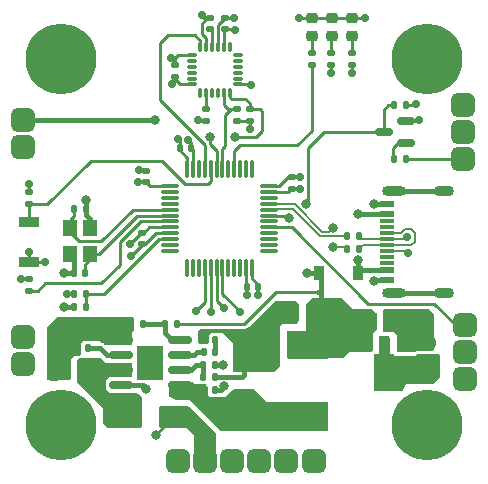
<source format=gbr>
%TF.GenerationSoftware,KiCad,Pcbnew,(6.0.0)*%
%TF.CreationDate,2022-08-29T11:56:51+07:00*%
%TF.ProjectId,FlightBit,466c6967-6874-4426-9974-2e6b69636164,rev?*%
%TF.SameCoordinates,Original*%
%TF.FileFunction,Copper,L1,Top*%
%TF.FilePolarity,Positive*%
%FSLAX46Y46*%
G04 Gerber Fmt 4.6, Leading zero omitted, Abs format (unit mm)*
G04 Created by KiCad (PCBNEW (6.0.0)) date 2022-08-29 11:56:51*
%MOMM*%
%LPD*%
G01*
G04 APERTURE LIST*
G04 Aperture macros list*
%AMRoundRect*
0 Rectangle with rounded corners*
0 $1 Rounding radius*
0 $2 $3 $4 $5 $6 $7 $8 $9 X,Y pos of 4 corners*
0 Add a 4 corners polygon primitive as box body*
4,1,4,$2,$3,$4,$5,$6,$7,$8,$9,$2,$3,0*
0 Add four circle primitives for the rounded corners*
1,1,$1+$1,$2,$3*
1,1,$1+$1,$4,$5*
1,1,$1+$1,$6,$7*
1,1,$1+$1,$8,$9*
0 Add four rect primitives between the rounded corners*
20,1,$1+$1,$2,$3,$4,$5,0*
20,1,$1+$1,$4,$5,$6,$7,0*
20,1,$1+$1,$6,$7,$8,$9,0*
20,1,$1+$1,$8,$9,$2,$3,0*%
%AMFreePoly0*
4,1,9,3.862500,-0.866500,0.737500,-0.866500,0.737500,-0.450000,-0.737500,-0.450000,-0.737500,0.450000,0.737500,0.450000,0.737500,0.866500,3.862500,0.866500,3.862500,-0.866500,3.862500,-0.866500,$1*%
G04 Aperture macros list end*
%TA.AperFunction,SMDPad,CuDef*%
%ADD10R,1.700000X0.900000*%
%TD*%
%TA.AperFunction,ComponentPad*%
%ADD11RoundRect,0.500000X-0.500000X-0.500000X0.500000X-0.500000X0.500000X0.500000X-0.500000X0.500000X0*%
%TD*%
%TA.AperFunction,SMDPad,CuDef*%
%ADD12RoundRect,0.140000X0.140000X0.170000X-0.140000X0.170000X-0.140000X-0.170000X0.140000X-0.170000X0*%
%TD*%
%TA.AperFunction,ComponentPad*%
%ADD13RoundRect,0.500000X-0.500000X0.500000X-0.500000X-0.500000X0.500000X-0.500000X0.500000X0.500000X0*%
%TD*%
%TA.AperFunction,SMDPad,CuDef*%
%ADD14RoundRect,0.218750X-0.256250X0.218750X-0.256250X-0.218750X0.256250X-0.218750X0.256250X0.218750X0*%
%TD*%
%TA.AperFunction,SMDPad,CuDef*%
%ADD15RoundRect,0.140000X-0.170000X0.140000X-0.170000X-0.140000X0.170000X-0.140000X0.170000X0.140000X0*%
%TD*%
%TA.AperFunction,SMDPad,CuDef*%
%ADD16RoundRect,0.135000X-0.185000X0.135000X-0.185000X-0.135000X0.185000X-0.135000X0.185000X0.135000X0*%
%TD*%
%TA.AperFunction,SMDPad,CuDef*%
%ADD17R,1.160000X0.600000*%
%TD*%
%TA.AperFunction,SMDPad,CuDef*%
%ADD18R,1.160000X0.300000*%
%TD*%
%TA.AperFunction,ComponentPad*%
%ADD19O,2.000000X0.900000*%
%TD*%
%TA.AperFunction,ComponentPad*%
%ADD20O,1.700000X0.900000*%
%TD*%
%TA.AperFunction,SMDPad,CuDef*%
%ADD21RoundRect,0.250000X0.475000X-0.250000X0.475000X0.250000X-0.475000X0.250000X-0.475000X-0.250000X0*%
%TD*%
%TA.AperFunction,SMDPad,CuDef*%
%ADD22RoundRect,0.150000X0.587500X0.150000X-0.587500X0.150000X-0.587500X-0.150000X0.587500X-0.150000X0*%
%TD*%
%TA.AperFunction,SMDPad,CuDef*%
%ADD23RoundRect,0.135000X0.135000X0.185000X-0.135000X0.185000X-0.135000X-0.185000X0.135000X-0.185000X0*%
%TD*%
%TA.AperFunction,SMDPad,CuDef*%
%ADD24RoundRect,0.135000X-0.135000X-0.185000X0.135000X-0.185000X0.135000X0.185000X-0.135000X0.185000X0*%
%TD*%
%TA.AperFunction,ComponentPad*%
%ADD25C,6.000000*%
%TD*%
%TA.AperFunction,SMDPad,CuDef*%
%ADD26RoundRect,0.135000X0.185000X-0.135000X0.185000X0.135000X-0.185000X0.135000X-0.185000X-0.135000X0*%
%TD*%
%TA.AperFunction,SMDPad,CuDef*%
%ADD27RoundRect,0.250000X0.325000X0.650000X-0.325000X0.650000X-0.325000X-0.650000X0.325000X-0.650000X0*%
%TD*%
%TA.AperFunction,SMDPad,CuDef*%
%ADD28RoundRect,0.140000X0.170000X-0.140000X0.170000X0.140000X-0.170000X0.140000X-0.170000X-0.140000X0*%
%TD*%
%TA.AperFunction,SMDPad,CuDef*%
%ADD29RoundRect,0.140000X-0.140000X-0.170000X0.140000X-0.170000X0.140000X0.170000X-0.140000X0.170000X0*%
%TD*%
%TA.AperFunction,ComponentPad*%
%ADD30RoundRect,0.500000X0.500000X0.500000X-0.500000X0.500000X-0.500000X-0.500000X0.500000X-0.500000X0*%
%TD*%
%TA.AperFunction,SMDPad,CuDef*%
%ADD31R,0.900000X1.200000*%
%TD*%
%TA.AperFunction,SMDPad,CuDef*%
%ADD32R,1.200000X1.400000*%
%TD*%
%TA.AperFunction,SMDPad,CuDef*%
%ADD33R,0.900000X1.300000*%
%TD*%
%TA.AperFunction,SMDPad,CuDef*%
%ADD34FreePoly0,270.000000*%
%TD*%
%TA.AperFunction,SMDPad,CuDef*%
%ADD35RoundRect,0.250000X-0.250000X-0.475000X0.250000X-0.475000X0.250000X0.475000X-0.250000X0.475000X0*%
%TD*%
%TA.AperFunction,SMDPad,CuDef*%
%ADD36R,2.500000X1.800000*%
%TD*%
%TA.AperFunction,SMDPad,CuDef*%
%ADD37R,1.800000X2.500000*%
%TD*%
%TA.AperFunction,SMDPad,CuDef*%
%ADD38RoundRect,0.150000X0.825000X0.150000X-0.825000X0.150000X-0.825000X-0.150000X0.825000X-0.150000X0*%
%TD*%
%TA.AperFunction,ComponentPad*%
%ADD39C,0.500000*%
%TD*%
%TA.AperFunction,SMDPad,CuDef*%
%ADD40R,2.290000X3.000000*%
%TD*%
%TA.AperFunction,SMDPad,CuDef*%
%ADD41RoundRect,0.075000X-0.662500X-0.075000X0.662500X-0.075000X0.662500X0.075000X-0.662500X0.075000X0*%
%TD*%
%TA.AperFunction,SMDPad,CuDef*%
%ADD42RoundRect,0.075000X-0.075000X-0.662500X0.075000X-0.662500X0.075000X0.662500X-0.075000X0.662500X0*%
%TD*%
%TA.AperFunction,SMDPad,CuDef*%
%ADD43RoundRect,0.075000X0.350000X0.075000X-0.350000X0.075000X-0.350000X-0.075000X0.350000X-0.075000X0*%
%TD*%
%TA.AperFunction,SMDPad,CuDef*%
%ADD44RoundRect,0.075000X-0.075000X0.350000X-0.075000X-0.350000X0.075000X-0.350000X0.075000X0.350000X0*%
%TD*%
%TA.AperFunction,SMDPad,CuDef*%
%ADD45R,3.500000X2.350000*%
%TD*%
%TA.AperFunction,ViaPad*%
%ADD46C,0.700000*%
%TD*%
%TA.AperFunction,ViaPad*%
%ADD47C,0.800000*%
%TD*%
%TA.AperFunction,Conductor*%
%ADD48C,0.250000*%
%TD*%
%TA.AperFunction,Conductor*%
%ADD49C,0.400000*%
%TD*%
%TA.AperFunction,Conductor*%
%ADD50C,0.200000*%
%TD*%
G04 APERTURE END LIST*
D10*
%TO.P,SW1,1,1*%
%TO.N,/BOOT*%
X121500000Y-95500000D03*
%TO.P,SW1,2,2*%
%TO.N,+3V3*%
X121500000Y-98900000D03*
%TD*%
D11*
%TO.P,J3,1,Pin_1*%
%TO.N,GND*%
X158400000Y-108772000D03*
%TO.P,J3,2,Pin_2*%
%TO.N,+5V*%
X158400000Y-106486000D03*
%TO.P,J3,3,Pin_3*%
%TO.N,/PPM*%
X158400000Y-104200000D03*
%TD*%
D12*
%TO.P,C3,1*%
%TO.N,+3V3*%
X140900000Y-101000000D03*
%TO.P,C3,2*%
%TO.N,GND*%
X139940000Y-101000000D03*
%TD*%
D13*
%TO.P,J4,1,Pin_1*%
%TO.N,GNDPWR*%
X134068000Y-115700000D03*
%TO.P,J4,2,Pin_2*%
%TO.N,/VBAT*%
X136354000Y-115700000D03*
%TO.P,J4,3,Pin_3*%
%TO.N,/TIM3_S1*%
X138640000Y-115700000D03*
%TO.P,J4,4,Pin_4*%
%TO.N,/TIM3_S2*%
X140926000Y-115700000D03*
%TO.P,J4,5,Pin_5*%
%TO.N,/TIM3_S3*%
X143258000Y-115700000D03*
%TO.P,J4,6,Pin_6*%
%TO.N,/TIM3_S4*%
X145558000Y-115700000D03*
%TD*%
D14*
%TO.P,D3,1,K*%
%TO.N,GND*%
X145400000Y-78212500D03*
%TO.P,D3,2,A*%
%TO.N,Net-(D3-Pad2)*%
X145400000Y-79787500D03*
%TD*%
D15*
%TO.P,C4,1*%
%TO.N,+3V3*%
X143700000Y-91720000D03*
%TO.P,C4,2*%
%TO.N,GND*%
X143700000Y-92680000D03*
%TD*%
D16*
%TO.P,R16,1*%
%TO.N,Net-(D4-Pad2)*%
X147070000Y-81190000D03*
%TO.P,R16,2*%
%TO.N,+3V3*%
X147070000Y-82210000D03*
%TD*%
D17*
%TO.P,J2,A1,GND*%
%TO.N,GND*%
X151815000Y-100400000D03*
%TO.P,J2,A4,VBUS*%
%TO.N,VBUS*%
X151815000Y-99600000D03*
D18*
%TO.P,J2,A5,CC1*%
%TO.N,unconnected-(J2-PadA5)*%
X151815000Y-98450000D03*
%TO.P,J2,A6,D+*%
%TO.N,/D+*%
X151815000Y-97450000D03*
%TO.P,J2,A7,D-*%
%TO.N,/D-*%
X151815000Y-96950000D03*
%TO.P,J2,A8,SBU1*%
%TO.N,unconnected-(J2-PadA8)*%
X151815000Y-95950000D03*
D17*
%TO.P,J2,A9,VBUS*%
%TO.N,VBUS*%
X151815000Y-94800000D03*
%TO.P,J2,A12,GND*%
%TO.N,GND*%
X151815000Y-94000000D03*
%TO.P,J2,B1,GND*%
X151815000Y-94000000D03*
%TO.P,J2,B4,VBUS*%
%TO.N,VBUS*%
X151815000Y-94800000D03*
D18*
%TO.P,J2,B5,CC2*%
%TO.N,unconnected-(J2-PadB5)*%
X151815000Y-95450000D03*
%TO.P,J2,B6,D+*%
%TO.N,/D+*%
X151815000Y-96450000D03*
%TO.P,J2,B7,D-*%
%TO.N,/D-*%
X151815000Y-97950000D03*
%TO.P,J2,B8,SBU2*%
%TO.N,unconnected-(J2-PadB8)*%
X151815000Y-98950000D03*
D17*
%TO.P,J2,B9,VBUS*%
%TO.N,VBUS*%
X151815000Y-99600000D03*
%TO.P,J2,B12,GND*%
%TO.N,GND*%
X151815000Y-100400000D03*
D19*
%TO.P,J2,S1,SHIELD*%
X152395000Y-92880000D03*
X152395000Y-101520000D03*
D20*
X156565000Y-92880000D03*
X156565000Y-101520000D03*
%TD*%
D21*
%TO.P,C17,1*%
%TO.N,+3V3*%
X155150000Y-107600000D03*
%TO.P,C17,2*%
%TO.N,GND*%
X155150000Y-105700000D03*
%TD*%
D22*
%TO.P,Q1,1,B*%
%TO.N,Net-(Q1-Pad1)*%
X153377500Y-88830000D03*
%TO.P,Q1,2,E*%
%TO.N,GND*%
X153377500Y-86930000D03*
%TO.P,Q1,3,C*%
%TO.N,/UART1_RX*%
X151502500Y-87880000D03*
%TD*%
D14*
%TO.P,D5,1,K*%
%TO.N,GND*%
X148800000Y-78200000D03*
%TO.P,D5,2,A*%
%TO.N,Net-(D5-Pad2)*%
X148800000Y-79775000D03*
%TD*%
D23*
%TO.P,R6,1*%
%TO.N,+3V3*%
X153390000Y-85600000D03*
%TO.P,R6,2*%
%TO.N,/UART1_RX*%
X152370000Y-85600000D03*
%TD*%
D24*
%TO.P,R14,1*%
%TO.N,GNDPWR*%
X130140000Y-104100000D03*
%TO.P,R14,2*%
%TO.N,/FB*%
X131160000Y-104100000D03*
%TD*%
%TO.P,R9,1*%
%TO.N,/EN*%
X136240000Y-107600000D03*
%TO.P,R9,2*%
%TO.N,/VIN*%
X137260000Y-107600000D03*
%TD*%
D25*
%TO.P,H2,1*%
%TO.N,N/C*%
X124200000Y-81700000D03*
%TD*%
D23*
%TO.P,R10,1*%
%TO.N,GNDPWR*%
X137260000Y-108600000D03*
%TO.P,R10,2*%
%TO.N,/EN*%
X136240000Y-108600000D03*
%TD*%
D26*
%TO.P,R2,1*%
%TO.N,/NRST*%
X121500000Y-101310000D03*
%TO.P,R2,2*%
%TO.N,+3V3*%
X121500000Y-100290000D03*
%TD*%
D15*
%TO.P,C8,1*%
%TO.N,GND*%
X138100000Y-78220000D03*
%TO.P,C8,2*%
%TO.N,+3V3*%
X138100000Y-79180000D03*
%TD*%
%TO.P,C11,1*%
%TO.N,/CPOUT*%
X136450000Y-85950000D03*
%TO.P,C11,2*%
%TO.N,GND*%
X136450000Y-86910000D03*
%TD*%
D12*
%TO.P,C14,1*%
%TO.N,/BST*%
X137230000Y-109700000D03*
%TO.P,C14,2*%
%TO.N,/SW*%
X136270000Y-109700000D03*
%TD*%
D14*
%TO.P,D4,1,K*%
%TO.N,GND*%
X147100000Y-78200000D03*
%TO.P,D4,2,A*%
%TO.N,Net-(D4-Pad2)*%
X147100000Y-79775000D03*
%TD*%
D25*
%TO.P,H4,1*%
%TO.N,N/C*%
X124200000Y-112700000D03*
%TD*%
D24*
%TO.P,R11,1*%
%TO.N,GNDPWR*%
X125440000Y-106200000D03*
%TO.P,R11,2*%
%TO.N,/FREQ*%
X126460000Y-106200000D03*
%TD*%
D26*
%TO.P,R4,1*%
%TO.N,+3V3*%
X139050000Y-86950000D03*
%TO.P,R4,2*%
%TO.N,/IMU_SCL*%
X139050000Y-85930000D03*
%TD*%
D24*
%TO.P,R19,1*%
%TO.N,GND*%
X125290000Y-101600000D03*
%TO.P,R19,2*%
%TO.N,/VoltageMeter*%
X126310000Y-101600000D03*
%TD*%
D23*
%TO.P,R18,1*%
%TO.N,/VoltageMeter*%
X126300000Y-102700000D03*
%TO.P,R18,2*%
%TO.N,/VBAT*%
X125280000Y-102700000D03*
%TD*%
D15*
%TO.P,C10,1*%
%TO.N,+3V3*%
X133800000Y-82220000D03*
%TO.P,C10,2*%
%TO.N,GND*%
X133800000Y-83180000D03*
%TD*%
D27*
%TO.P,C12,1*%
%TO.N,/VIN*%
X126525000Y-108000000D03*
%TO.P,C12,2*%
%TO.N,GNDPWR*%
X123575000Y-108000000D03*
%TD*%
D28*
%TO.P,C9,1*%
%TO.N,/REGOUT*%
X136800000Y-79180000D03*
%TO.P,C9,2*%
%TO.N,GND*%
X136800000Y-78220000D03*
%TD*%
D24*
%TO.P,R5,1*%
%TO.N,Net-(Q1-Pad1)*%
X152380000Y-90200000D03*
%TO.P,R5,2*%
%TO.N,/SBUS*%
X153400000Y-90200000D03*
%TD*%
D25*
%TO.P,H3,1*%
%TO.N,N/C*%
X155200000Y-81700000D03*
%TD*%
D29*
%TO.P,C7,1*%
%TO.N,GND*%
X125240000Y-99800000D03*
%TO.P,C7,2*%
%TO.N,/HSE_OUT*%
X126200000Y-99800000D03*
%TD*%
D23*
%TO.P,R8,1*%
%TO.N,/D+*%
X149410000Y-97800000D03*
%TO.P,R8,2*%
%TO.N,/USB_DP*%
X148390000Y-97800000D03*
%TD*%
D30*
%TO.P,J1,1,Pin_1*%
%TO.N,GND*%
X158200000Y-85628000D03*
%TO.P,J1,2,Pin_2*%
%TO.N,+5V*%
X158200000Y-87914000D03*
%TO.P,J1,3,Pin_3*%
%TO.N,/SBUS*%
X158200000Y-90200000D03*
%TD*%
D31*
%TO.P,D6,1,K*%
%TO.N,+5V*%
X146050000Y-99800000D03*
%TO.P,D6,2,A*%
%TO.N,VBUS*%
X149350000Y-99800000D03*
%TD*%
D32*
%TO.P,Y1,1,1*%
%TO.N,/HSE_IN*%
X124970000Y-96000000D03*
%TO.P,Y1,2,2*%
%TO.N,GND*%
X124970000Y-98200000D03*
%TO.P,Y1,3,3*%
%TO.N,/HSE_OUT*%
X126670000Y-98200000D03*
%TO.P,Y1,4,4*%
%TO.N,GND*%
X126670000Y-96000000D03*
%TD*%
D12*
%TO.P,C13,1*%
%TO.N,Net-(C13-Pad1)*%
X137220000Y-106500000D03*
%TO.P,C13,2*%
%TO.N,/COMP*%
X136260000Y-106500000D03*
%TD*%
D23*
%TO.P,R7,1*%
%TO.N,/D-*%
X149410000Y-96700000D03*
%TO.P,R7,2*%
%TO.N,/USB_DN*%
X148390000Y-96700000D03*
%TD*%
D33*
%TO.P,U4,1,GND*%
%TO.N,GND*%
X153050000Y-105850000D03*
D34*
%TO.P,U4,2,VO*%
%TO.N,+3V3*%
X151550000Y-105937500D03*
D33*
%TO.P,U4,3,VI*%
%TO.N,+5V*%
X150050000Y-105850000D03*
%TD*%
D35*
%TO.P,C16,1*%
%TO.N,+5V*%
X150100000Y-103800000D03*
%TO.P,C16,2*%
%TO.N,GND*%
X152000000Y-103800000D03*
%TD*%
D26*
%TO.P,R3,1*%
%TO.N,+3V3*%
X140150000Y-86960000D03*
%TO.P,R3,2*%
%TO.N,/IMU_SDA*%
X140150000Y-85940000D03*
%TD*%
D16*
%TO.P,R15,1*%
%TO.N,Net-(D3-Pad2)*%
X145400000Y-81190000D03*
%TO.P,R15,2*%
%TO.N,/LED_STATUS*%
X145400000Y-82210000D03*
%TD*%
D28*
%TO.P,C5,1*%
%TO.N,+3V3*%
X131400000Y-92100000D03*
%TO.P,C5,2*%
%TO.N,GND*%
X131400000Y-91140000D03*
%TD*%
D16*
%TO.P,R17,1*%
%TO.N,Net-(D5-Pad2)*%
X148800000Y-81190000D03*
%TO.P,R17,2*%
%TO.N,+5V*%
X148800000Y-82210000D03*
%TD*%
D12*
%TO.P,C6,1*%
%TO.N,GND*%
X126280000Y-94400000D03*
%TO.P,C6,2*%
%TO.N,/HSE_IN*%
X125320000Y-94400000D03*
%TD*%
D36*
%TO.P,D1,1,K*%
%TO.N,/VIN*%
X129750000Y-112000000D03*
%TO.P,D1,2,A*%
%TO.N,/VBAT*%
X133750000Y-112000000D03*
%TD*%
D11*
%TO.P,J5,1,Pin_1*%
%TO.N,GND*%
X121000000Y-89143000D03*
%TO.P,J5,2,Pin_2*%
%TO.N,+5V*%
X121000000Y-86857000D03*
%TD*%
D27*
%TO.P,C15,1*%
%TO.N,+5V*%
X146225000Y-103100000D03*
%TO.P,C15,2*%
%TO.N,GNDPWR*%
X143275000Y-103100000D03*
%TD*%
D29*
%TO.P,C2,1*%
%TO.N,+3V3*%
X134240000Y-89200000D03*
%TO.P,C2,2*%
%TO.N,GND*%
X135200000Y-89200000D03*
%TD*%
D37*
%TO.P,D2,1,K*%
%TO.N,/SW*%
X139650000Y-110900000D03*
%TO.P,D2,2,A*%
%TO.N,GNDPWR*%
X139650000Y-106900000D03*
%TD*%
D38*
%TO.P,U3,1,SW*%
%TO.N,/SW*%
X134225000Y-109305000D03*
%TO.P,U3,2,EN*%
%TO.N,/EN*%
X134225000Y-108035000D03*
%TO.P,U3,3,COMP*%
%TO.N,/COMP*%
X134225000Y-106765000D03*
%TO.P,U3,4,FB*%
%TO.N,/FB*%
X134225000Y-105495000D03*
%TO.P,U3,5,GND*%
%TO.N,GNDPWR*%
X129275000Y-105495000D03*
%TO.P,U3,6,FREQ*%
%TO.N,/FREQ*%
X129275000Y-106765000D03*
%TO.P,U3,7,VIN*%
%TO.N,/VIN*%
X129275000Y-108035000D03*
%TO.P,U3,8,BST*%
%TO.N,/BST*%
X129275000Y-109305000D03*
D39*
%TO.P,U3,9*%
%TO.N,N/C*%
X132400000Y-106400000D03*
X132400000Y-107400000D03*
X131100000Y-107400000D03*
X131100000Y-106400000D03*
D40*
X131750000Y-107400000D03*
D39*
X132400000Y-108400000D03*
X131100000Y-108400000D03*
%TD*%
D16*
%TO.P,R1,1*%
%TO.N,GND*%
X121500000Y-92990000D03*
%TO.P,R1,2*%
%TO.N,/BOOT*%
X121500000Y-94010000D03*
%TD*%
D41*
%TO.P,U1,1,VBAT*%
%TO.N,+3V3*%
X133437500Y-92450000D03*
%TO.P,U1,2,PC13*%
%TO.N,unconnected-(U1-Pad2)*%
X133437500Y-92950000D03*
%TO.P,U1,3,PC14*%
%TO.N,unconnected-(U1-Pad3)*%
X133437500Y-93450000D03*
%TO.P,U1,4,PC15*%
%TO.N,unconnected-(U1-Pad4)*%
X133437500Y-93950000D03*
%TO.P,U1,5,PD0*%
%TO.N,/HSE_IN*%
X133437500Y-94450000D03*
%TO.P,U1,6,PD1*%
%TO.N,/HSE_OUT*%
X133437500Y-94950000D03*
%TO.P,U1,7,NRST*%
%TO.N,/NRST*%
X133437500Y-95450000D03*
%TO.P,U1,8,VSSA*%
%TO.N,GND*%
X133437500Y-95950000D03*
%TO.P,U1,9,VDDA*%
%TO.N,+3V3*%
X133437500Y-96450000D03*
%TO.P,U1,10,PA0*%
%TO.N,/VoltageMeter*%
X133437500Y-96950000D03*
%TO.P,U1,11,PA1*%
%TO.N,unconnected-(U1-Pad11)*%
X133437500Y-97450000D03*
%TO.P,U1,12,PA2*%
%TO.N,unconnected-(U1-Pad12)*%
X133437500Y-97950000D03*
D42*
%TO.P,U1,13,PA3*%
%TO.N,unconnected-(U1-Pad13)*%
X134850000Y-99362500D03*
%TO.P,U1,14,PA4*%
%TO.N,unconnected-(U1-Pad14)*%
X135350000Y-99362500D03*
%TO.P,U1,15,PA5*%
%TO.N,unconnected-(U1-Pad15)*%
X135850000Y-99362500D03*
%TO.P,U1,16,PA6*%
%TO.N,/TIM3_S1*%
X136350000Y-99362500D03*
%TO.P,U1,17,PA7*%
%TO.N,/TIM3_S2*%
X136850000Y-99362500D03*
%TO.P,U1,18,PB0*%
%TO.N,/TIM3_S3*%
X137350000Y-99362500D03*
%TO.P,U1,19,PB1*%
%TO.N,/TIM3_S4*%
X137850000Y-99362500D03*
%TO.P,U1,20,PB2*%
%TO.N,unconnected-(U1-Pad20)*%
X138350000Y-99362500D03*
%TO.P,U1,21,PB10*%
%TO.N,unconnected-(U1-Pad21)*%
X138850000Y-99362500D03*
%TO.P,U1,22,PB11*%
%TO.N,unconnected-(U1-Pad22)*%
X139350000Y-99362500D03*
%TO.P,U1,23,VSS*%
%TO.N,GND*%
X139850000Y-99362500D03*
%TO.P,U1,24,VDD*%
%TO.N,+3V3*%
X140350000Y-99362500D03*
D41*
%TO.P,U1,25,PB12*%
%TO.N,unconnected-(U1-Pad25)*%
X141762500Y-97950000D03*
%TO.P,U1,26,PB13*%
%TO.N,unconnected-(U1-Pad26)*%
X141762500Y-97450000D03*
%TO.P,U1,27,PB14*%
%TO.N,unconnected-(U1-Pad27)*%
X141762500Y-96950000D03*
%TO.P,U1,28,PB15*%
%TO.N,unconnected-(U1-Pad28)*%
X141762500Y-96450000D03*
%TO.P,U1,29,PA8*%
%TO.N,/PPM*%
X141762500Y-95950000D03*
%TO.P,U1,30,PA9*%
%TO.N,/UART1_TX*%
X141762500Y-95450000D03*
%TO.P,U1,31,PA10*%
%TO.N,/UART1_RX*%
X141762500Y-94950000D03*
%TO.P,U1,32,PA11*%
%TO.N,/USB_DN*%
X141762500Y-94450000D03*
%TO.P,U1,33,PA12*%
%TO.N,/USB_DP*%
X141762500Y-93950000D03*
%TO.P,U1,34,PA13*%
%TO.N,unconnected-(U1-Pad34)*%
X141762500Y-93450000D03*
%TO.P,U1,35,VSS*%
%TO.N,GND*%
X141762500Y-92950000D03*
%TO.P,U1,36,VDD*%
%TO.N,+3V3*%
X141762500Y-92450000D03*
D42*
%TO.P,U1,37,PA14*%
%TO.N,unconnected-(U1-Pad37)*%
X140350000Y-91037500D03*
%TO.P,U1,38,PA15*%
%TO.N,unconnected-(U1-Pad38)*%
X139850000Y-91037500D03*
%TO.P,U1,39,PB3*%
%TO.N,unconnected-(U1-Pad39)*%
X139350000Y-91037500D03*
%TO.P,U1,40,PB4*%
%TO.N,/LED_STATUS*%
X138850000Y-91037500D03*
%TO.P,U1,41,PB5*%
%TO.N,unconnected-(U1-Pad41)*%
X138350000Y-91037500D03*
%TO.P,U1,42,PB6*%
%TO.N,/IMU_SCL*%
X137850000Y-91037500D03*
%TO.P,U1,43,PB7*%
%TO.N,/IMU_SDA*%
X137350000Y-91037500D03*
%TO.P,U1,44,BOOT0*%
%TO.N,/BOOT*%
X136850000Y-91037500D03*
%TO.P,U1,45,PB8*%
%TO.N,/IMU_INT*%
X136350000Y-91037500D03*
%TO.P,U1,46,PB9*%
%TO.N,unconnected-(U1-Pad46)*%
X135850000Y-91037500D03*
%TO.P,U1,47,VSS*%
%TO.N,GND*%
X135350000Y-91037500D03*
%TO.P,U1,48,VDD*%
%TO.N,+3V3*%
X134850000Y-91037500D03*
%TD*%
D43*
%TO.P,U2,1,CLKIN*%
%TO.N,GND*%
X139150000Y-83850000D03*
%TO.P,U2,2*%
%TO.N,N/C*%
X139150000Y-83350000D03*
%TO.P,U2,3*%
X139150000Y-82850000D03*
%TO.P,U2,4*%
X139150000Y-82350000D03*
%TO.P,U2,5*%
X139150000Y-81850000D03*
%TO.P,U2,6,AUX_SDA*%
%TO.N,unconnected-(U2-Pad6)*%
X139150000Y-81350000D03*
D44*
%TO.P,U2,7,AUX_SCL*%
%TO.N,unconnected-(U2-Pad7)*%
X138450000Y-80650000D03*
%TO.P,U2,8,VDDIO*%
%TO.N,+3V3*%
X137950000Y-80650000D03*
%TO.P,U2,9,AD0*%
%TO.N,GND*%
X137450000Y-80650000D03*
%TO.P,U2,10,REGOUT*%
%TO.N,/REGOUT*%
X136950000Y-80650000D03*
%TO.P,U2,11,FSYNC*%
%TO.N,GND*%
X136450000Y-80650000D03*
%TO.P,U2,12,INT*%
%TO.N,/IMU_INT*%
X135950000Y-80650000D03*
D43*
%TO.P,U2,13,VDD*%
%TO.N,+3V3*%
X135250000Y-81350000D03*
%TO.P,U2,14*%
%TO.N,N/C*%
X135250000Y-81850000D03*
%TO.P,U2,15*%
X135250000Y-82350000D03*
%TO.P,U2,16*%
X135250000Y-82850000D03*
%TO.P,U2,17*%
X135250000Y-83350000D03*
%TO.P,U2,18,GND*%
%TO.N,GND*%
X135250000Y-83850000D03*
D44*
%TO.P,U2,19*%
%TO.N,N/C*%
X135950000Y-84550000D03*
%TO.P,U2,20,CPOUT*%
%TO.N,/CPOUT*%
X136450000Y-84550000D03*
%TO.P,U2,21*%
%TO.N,N/C*%
X136950000Y-84550000D03*
%TO.P,U2,22*%
X137450000Y-84550000D03*
%TO.P,U2,23,SCL*%
%TO.N,/IMU_SCL*%
X137950000Y-84550000D03*
%TO.P,U2,24,SDA*%
%TO.N,/IMU_SDA*%
X138450000Y-84550000D03*
%TD*%
D24*
%TO.P,R12,1*%
%TO.N,GNDPWR*%
X136240000Y-105500000D03*
%TO.P,R12,2*%
%TO.N,Net-(C13-Pad1)*%
X137260000Y-105500000D03*
%TD*%
D25*
%TO.P,H1,1*%
%TO.N,N/C*%
X155200000Y-112700000D03*
%TD*%
D24*
%TO.P,R13,1*%
%TO.N,/FB*%
X132950000Y-104100000D03*
%TO.P,R13,2*%
%TO.N,+5V*%
X133970000Y-104100000D03*
%TD*%
D30*
%TO.P,J6,1,Pin_1*%
%TO.N,GND*%
X121000000Y-105200000D03*
%TO.P,J6,2,Pin_2*%
%TO.N,+3V3*%
X121000000Y-107486000D03*
%TD*%
D45*
%TO.P,L1,1*%
%TO.N,/SW*%
X145050000Y-111930000D03*
%TO.P,L1,2*%
%TO.N,+5V*%
X145050000Y-105870000D03*
%TD*%
D28*
%TO.P,C1,1*%
%TO.N,+3V3*%
X131000000Y-97380000D03*
%TO.P,C1,2*%
%TO.N,GND*%
X131000000Y-96420000D03*
%TD*%
D46*
%TO.N,+3V3*%
X122800000Y-98900000D03*
X140900000Y-101700000D03*
X154200000Y-85500000D03*
X134074099Y-88495612D03*
X140200000Y-87600000D03*
X120800000Y-100300000D03*
X130086620Y-98359491D03*
X121500000Y-98000000D03*
X130700000Y-92100000D03*
D47*
X155300000Y-108700000D03*
D46*
X133500000Y-81600000D03*
D47*
X153500000Y-108700000D03*
D46*
X138900000Y-79200000D03*
X147000000Y-82900000D03*
D47*
X154400000Y-108700000D03*
D46*
X144400000Y-91700000D03*
%TO.N,GND*%
X154500000Y-86900000D03*
X124700000Y-101600000D03*
D47*
X154200000Y-103400000D03*
D46*
X138800000Y-78200000D03*
X136100000Y-78000000D03*
D47*
X153300000Y-103400000D03*
D46*
X144300000Y-78200000D03*
D47*
X124400000Y-99800000D03*
D46*
X140300000Y-83900000D03*
X139900000Y-101700000D03*
X121500000Y-92300000D03*
D47*
X150700000Y-100500000D03*
D46*
X149900000Y-78200000D03*
X135800000Y-86900000D03*
D47*
X155100000Y-104300000D03*
X126300000Y-93600000D03*
X154200000Y-104300000D03*
X155100000Y-103400000D03*
D46*
X144400000Y-92700000D03*
D47*
X153300000Y-104300000D03*
D46*
X130026944Y-97326944D03*
D47*
X150700000Y-94000000D03*
D46*
X134973056Y-88526944D03*
X130800000Y-91100000D03*
X133600000Y-83800000D03*
D47*
%TO.N,/VIN*%
X127700000Y-108000000D03*
X137900000Y-107600000D03*
%TO.N,GNDPWR*%
X127400000Y-104000000D03*
X142100000Y-106600000D03*
X124000000Y-105700000D03*
X142100000Y-105700000D03*
X142100000Y-103900000D03*
X142100000Y-104800000D03*
X142100000Y-107500000D03*
X126400000Y-104000000D03*
X128400000Y-104000000D03*
X124000000Y-106600000D03*
X124000000Y-104800000D03*
X142100000Y-103000000D03*
X124400000Y-104000000D03*
X125400000Y-104000000D03*
%TO.N,/BST*%
X131400000Y-109600000D03*
X138000000Y-109400000D03*
%TO.N,+5V*%
X148600000Y-104000000D03*
D46*
X148800000Y-82900000D03*
D47*
X132100000Y-86900000D03*
X148600000Y-103100000D03*
X145000000Y-99800000D03*
%TO.N,/VBAT*%
X124400000Y-102700000D03*
X132200000Y-113500000D03*
D46*
%TO.N,/D-*%
X153500000Y-96800000D03*
X153600000Y-98100000D03*
D47*
%TO.N,VBUS*%
X149300000Y-94800000D03*
X149300000Y-98719500D03*
D46*
%TO.N,/TIM3_S1*%
X135600000Y-103000000D03*
%TO.N,/TIM3_S2*%
X136900000Y-103100000D03*
%TO.N,/TIM3_S3*%
X138000000Y-102800000D03*
%TO.N,/TIM3_S4*%
X139300000Y-103100000D03*
D47*
%TO.N,/UART1_RX*%
X144953722Y-93946278D03*
X143496278Y-95124501D03*
%TO.N,/IMU_SDA*%
X138947408Y-88334260D03*
X136800000Y-88300000D03*
%TO.N,/USB_DP*%
X147200000Y-96000500D03*
X147200000Y-97600000D03*
%TD*%
D48*
%TO.N,+3V3*%
X135250000Y-81350000D02*
X134050000Y-81350000D01*
X121500000Y-98900000D02*
X122800000Y-98900000D01*
X143380000Y-91720000D02*
X143700000Y-91720000D01*
X133800000Y-81900000D02*
X133800000Y-82220000D01*
X131000000Y-97446111D02*
X130086620Y-98359491D01*
X131000000Y-97380000D02*
X131000000Y-97446111D01*
X134240000Y-89200000D02*
X134240000Y-88661513D01*
X153390000Y-85600000D02*
X154100000Y-85600000D01*
X134850000Y-90050000D02*
X134240000Y-89440000D01*
X132250000Y-96450000D02*
X131320000Y-97380000D01*
X140350000Y-100250000D02*
X140900000Y-100800000D01*
X140150000Y-87550000D02*
X140150000Y-86960000D01*
X141762500Y-92450000D02*
X142650000Y-92450000D01*
X154100000Y-85600000D02*
X154200000Y-85500000D01*
X140900000Y-100800000D02*
X140900000Y-101000000D01*
X137950000Y-79330000D02*
X138100000Y-79180000D01*
X120810000Y-100290000D02*
X120800000Y-100300000D01*
X133500000Y-81600000D02*
X133800000Y-81900000D01*
X121500000Y-98900000D02*
X121500000Y-98000000D01*
X147070000Y-82210000D02*
X147070000Y-82830000D01*
X133800000Y-81600000D02*
X133800000Y-82220000D01*
X134050000Y-81350000D02*
X133800000Y-81600000D01*
X147070000Y-82830000D02*
X147000000Y-82900000D01*
X139050000Y-86950000D02*
X140140000Y-86950000D01*
X140200000Y-87600000D02*
X140150000Y-87550000D01*
X142650000Y-92450000D02*
X143380000Y-91720000D01*
X140900000Y-101000000D02*
X140900000Y-101700000D01*
X143700000Y-91720000D02*
X144380000Y-91720000D01*
X131750000Y-92450000D02*
X131400000Y-92100000D01*
X140350000Y-99362500D02*
X140350000Y-100250000D01*
X138100000Y-79180000D02*
X138880000Y-79180000D01*
X134850000Y-91037500D02*
X134850000Y-90050000D01*
X131400000Y-92100000D02*
X130700000Y-92100000D01*
X134240000Y-89440000D02*
X134240000Y-89200000D01*
X133437500Y-96450000D02*
X132250000Y-96450000D01*
X121500000Y-100290000D02*
X120810000Y-100290000D01*
X140140000Y-86950000D02*
X140150000Y-86960000D01*
X137950000Y-80650000D02*
X137950000Y-79330000D01*
X131320000Y-97380000D02*
X131000000Y-97380000D01*
X144380000Y-91720000D02*
X144400000Y-91700000D01*
X134240000Y-88661513D02*
X134074099Y-88495612D01*
X133437500Y-92450000D02*
X131750000Y-92450000D01*
X138880000Y-79180000D02*
X138900000Y-79200000D01*
%TO.N,GND*%
X139850000Y-99362500D02*
X139850000Y-100910000D01*
X144312500Y-78212500D02*
X144300000Y-78200000D01*
X143430000Y-92950000D02*
X143700000Y-92680000D01*
X154470000Y-86930000D02*
X154500000Y-86900000D01*
X138780000Y-78220000D02*
X138800000Y-78200000D01*
X137465480Y-80634520D02*
X137465480Y-78847590D01*
X135350000Y-91037500D02*
X135350000Y-89350000D01*
X136800000Y-78220000D02*
X136580000Y-78220000D01*
X135200000Y-89200000D02*
X135200000Y-88753888D01*
X133800000Y-83180000D02*
X133800000Y-83400000D01*
X135350000Y-89350000D02*
X135200000Y-89200000D01*
D49*
X151815000Y-94000000D02*
X150700000Y-94000000D01*
D48*
X131180000Y-96420000D02*
X131650000Y-95950000D01*
D49*
X152395000Y-101520000D02*
X156565000Y-101520000D01*
X126280000Y-93620000D02*
X126300000Y-93600000D01*
D48*
X136450000Y-79950000D02*
X136450000Y-80650000D01*
D49*
X126280000Y-94400000D02*
X126280000Y-93620000D01*
D48*
X136800000Y-78220000D02*
X136320000Y-78220000D01*
X135200000Y-88753888D02*
X134973056Y-88526944D01*
D49*
X150800000Y-100400000D02*
X150700000Y-100500000D01*
D48*
X131000000Y-96420000D02*
X130933888Y-96420000D01*
X134250000Y-83850000D02*
X135250000Y-83850000D01*
X139940000Y-101660000D02*
X139900000Y-101700000D01*
D49*
X125240000Y-98470000D02*
X124970000Y-98200000D01*
D48*
X139940000Y-101000000D02*
X139940000Y-101660000D01*
X138100000Y-78220000D02*
X138780000Y-78220000D01*
D49*
X152395000Y-92880000D02*
X156565000Y-92880000D01*
D48*
X145400000Y-78212500D02*
X144312500Y-78212500D01*
X136100000Y-78700000D02*
X136100000Y-79600000D01*
X131400000Y-91140000D02*
X130840000Y-91140000D01*
X143700000Y-92680000D02*
X144380000Y-92680000D01*
X139150000Y-83850000D02*
X140250000Y-83850000D01*
X141762500Y-92950000D02*
X143430000Y-92950000D01*
X136320000Y-78220000D02*
X136100000Y-78000000D01*
X136450000Y-86910000D02*
X135810000Y-86910000D01*
X131650000Y-95950000D02*
X133437500Y-95950000D01*
X130840000Y-91140000D02*
X130800000Y-91100000D01*
X139850000Y-100910000D02*
X139940000Y-101000000D01*
D49*
X126280000Y-94880000D02*
X126280000Y-94400000D01*
D48*
X125290000Y-101600000D02*
X124700000Y-101600000D01*
D49*
X126670000Y-95270000D02*
X126280000Y-94880000D01*
D48*
X145400000Y-78212500D02*
X148787500Y-78212500D01*
X137465480Y-78847590D02*
X138093070Y-78220000D01*
X148787500Y-78212500D02*
X148800000Y-78200000D01*
X131000000Y-96420000D02*
X131180000Y-96420000D01*
X138093070Y-78220000D02*
X138100000Y-78220000D01*
X148800000Y-78200000D02*
X149900000Y-78200000D01*
X135810000Y-86910000D02*
X135800000Y-86900000D01*
X133800000Y-83400000D02*
X134250000Y-83850000D01*
X136100000Y-79600000D02*
X136450000Y-79950000D01*
D49*
X126670000Y-96000000D02*
X126670000Y-95270000D01*
X151815000Y-100400000D02*
X150800000Y-100400000D01*
D48*
X121500000Y-92990000D02*
X121500000Y-92300000D01*
X133800000Y-83600000D02*
X133600000Y-83800000D01*
D49*
X125240000Y-99800000D02*
X124400000Y-99800000D01*
D48*
X133800000Y-83180000D02*
X133800000Y-83600000D01*
X136580000Y-78220000D02*
X136100000Y-78700000D01*
X153377500Y-86930000D02*
X154470000Y-86930000D01*
X137450000Y-80650000D02*
X137465480Y-80634520D01*
X144380000Y-92680000D02*
X144400000Y-92700000D01*
X140250000Y-83850000D02*
X140300000Y-83900000D01*
D49*
X125240000Y-99800000D02*
X125240000Y-98470000D01*
D48*
X130933888Y-96420000D02*
X130026944Y-97326944D01*
%TO.N,/HSE_IN*%
X124970000Y-96000000D02*
X124970000Y-95330000D01*
X125700000Y-97100000D02*
X124970000Y-96370000D01*
X130250000Y-94450000D02*
X127600000Y-97100000D01*
X124970000Y-96370000D02*
X124970000Y-96000000D01*
X124970000Y-95330000D02*
X125320000Y-94980000D01*
X125320000Y-94400000D02*
X125320000Y-94980000D01*
X127600000Y-97100000D02*
X125700000Y-97100000D01*
X133437500Y-94450000D02*
X130250000Y-94450000D01*
%TO.N,/HSE_OUT*%
X126670000Y-98200000D02*
X126670000Y-98630000D01*
X130650000Y-94950000D02*
X133437500Y-94950000D01*
X126670000Y-98200000D02*
X127400000Y-98200000D01*
X126670000Y-98630000D02*
X126200000Y-99100000D01*
X127400000Y-98200000D02*
X130650000Y-94950000D01*
X126200000Y-99100000D02*
X126200000Y-99800000D01*
%TO.N,/REGOUT*%
X136950000Y-80650000D02*
X136950000Y-79330000D01*
X136950000Y-79330000D02*
X136800000Y-79180000D01*
%TO.N,/CPOUT*%
X136450000Y-85950000D02*
X136450000Y-84550000D01*
D49*
%TO.N,/VIN*%
X137260000Y-107600000D02*
X137900000Y-107600000D01*
%TO.N,GNDPWR*%
X139650000Y-108450000D02*
X139650000Y-106900000D01*
X137260000Y-108600000D02*
X139500000Y-108600000D01*
X139500000Y-108600000D02*
X139650000Y-108450000D01*
%TO.N,Net-(C13-Pad1)*%
X137260000Y-106460000D02*
X137220000Y-106500000D01*
X137260000Y-105500000D02*
X137260000Y-106460000D01*
%TO.N,/COMP*%
X135700000Y-106500000D02*
X135435000Y-106765000D01*
X136260000Y-106500000D02*
X135700000Y-106500000D01*
X135435000Y-106765000D02*
X134225000Y-106765000D01*
%TO.N,/BST*%
X131100000Y-109300000D02*
X131400000Y-109600000D01*
X130400000Y-109300000D02*
X131100000Y-109300000D01*
X137700000Y-109700000D02*
X138000000Y-109400000D01*
X129275000Y-109305000D02*
X130395000Y-109305000D01*
X130395000Y-109305000D02*
X130400000Y-109300000D01*
X137230000Y-109700000D02*
X137700000Y-109700000D01*
%TO.N,+5V*%
X129557000Y-86857000D02*
X121000000Y-86857000D01*
D48*
X139700000Y-104100000D02*
X142400000Y-101400000D01*
X142400000Y-101400000D02*
X145900000Y-101400000D01*
D49*
X129600000Y-86900000D02*
X129557000Y-86857000D01*
X146100000Y-101400000D02*
X146225000Y-101275000D01*
D48*
X133970000Y-104100000D02*
X139700000Y-104100000D01*
X148800000Y-82210000D02*
X148800000Y-82900000D01*
X145900000Y-101400000D02*
X146225000Y-101725000D01*
X146225000Y-101725000D02*
X146225000Y-103100000D01*
D49*
X146225000Y-99975000D02*
X146050000Y-99800000D01*
X146225000Y-101275000D02*
X146225000Y-99975000D01*
X146225000Y-103100000D02*
X146225000Y-101275000D01*
X146050000Y-99800000D02*
X145000000Y-99800000D01*
X132100000Y-86900000D02*
X129600000Y-86900000D01*
X145900000Y-101400000D02*
X146100000Y-101400000D01*
D48*
%TO.N,/VBAT*%
X133750000Y-112000000D02*
X133700000Y-112000000D01*
X133700000Y-112000000D02*
X132200000Y-113500000D01*
D49*
X125280000Y-102700000D02*
X124400000Y-102700000D01*
D48*
%TO.N,Net-(D3-Pad2)*%
X145400000Y-81190000D02*
X145400000Y-79787500D01*
%TO.N,Net-(D4-Pad2)*%
X147070000Y-79805000D02*
X147100000Y-79775000D01*
X147070000Y-81190000D02*
X147070000Y-79805000D01*
%TO.N,Net-(D5-Pad2)*%
X148800000Y-81190000D02*
X148800000Y-79775000D01*
%TO.N,/SBUS*%
X153400000Y-90200000D02*
X158200000Y-90200000D01*
D50*
%TO.N,/D-*%
X153600000Y-98100000D02*
X153450000Y-97950000D01*
X151815000Y-96950000D02*
X153350000Y-96950000D01*
X151815000Y-96950000D02*
X149660000Y-96950000D01*
X153350000Y-96950000D02*
X153500000Y-96800000D01*
X153450000Y-97950000D02*
X151815000Y-97950000D01*
X149660000Y-96950000D02*
X149410000Y-96700000D01*
%TO.N,/D+*%
X149760000Y-97450000D02*
X149410000Y-97800000D01*
X154149511Y-96449511D02*
X154149511Y-97150489D01*
X152931452Y-96450000D02*
X153281452Y-96100000D01*
X153850000Y-97450000D02*
X151815000Y-97450000D01*
X153281452Y-96100000D02*
X153800000Y-96100000D01*
X151815000Y-96450000D02*
X152931452Y-96450000D01*
X153800000Y-96100000D02*
X154149511Y-96449511D01*
X151815000Y-97450000D02*
X149760000Y-97450000D01*
X154149511Y-97150489D02*
X153850000Y-97450000D01*
D49*
%TO.N,VBUS*%
X149550000Y-99600000D02*
X149350000Y-99800000D01*
X149300000Y-98719500D02*
X149300000Y-99750000D01*
X149300000Y-99750000D02*
X149350000Y-99800000D01*
X151815000Y-99600000D02*
X149550000Y-99600000D01*
X151815000Y-94800000D02*
X149300000Y-94800000D01*
D48*
%TO.N,/PPM*%
X143750000Y-95950000D02*
X150200000Y-102400000D01*
X157600000Y-104200000D02*
X158400000Y-104200000D01*
X155800000Y-102400000D02*
X157600000Y-104200000D01*
X141762500Y-95950000D02*
X143750000Y-95950000D01*
X150200000Y-102400000D02*
X155800000Y-102400000D01*
%TO.N,/TIM3_S1*%
X135600000Y-103000000D02*
X136350000Y-102250000D01*
X136350000Y-102250000D02*
X136350000Y-99362500D01*
%TO.N,/TIM3_S2*%
X136900000Y-103100000D02*
X136850000Y-103050000D01*
X136850000Y-103050000D02*
X136850000Y-99362500D01*
%TO.N,/TIM3_S3*%
X137350000Y-102150000D02*
X137350000Y-99362500D01*
X138000000Y-102800000D02*
X137350000Y-102150000D01*
%TO.N,/TIM3_S4*%
X139300000Y-103100000D02*
X139300000Y-103046096D01*
X139300000Y-103046096D02*
X137850000Y-101596096D01*
X137850000Y-101596096D02*
X137850000Y-99362500D01*
%TO.N,Net-(Q1-Pad1)*%
X153377500Y-88830000D02*
X152670000Y-88830000D01*
X152670000Y-88830000D02*
X152300000Y-89200000D01*
X152300000Y-90120000D02*
X152380000Y-90200000D01*
X152300000Y-89200000D02*
X152300000Y-90120000D01*
%TO.N,/UART1_RX*%
X143321777Y-94950000D02*
X143496278Y-95124501D01*
X151502500Y-85997500D02*
X151502500Y-87880000D01*
X145074511Y-93825489D02*
X145074511Y-89225489D01*
X146420000Y-87880000D02*
X151502500Y-87880000D01*
X145074511Y-89225489D02*
X146420000Y-87880000D01*
X152370000Y-85600000D02*
X151900000Y-85600000D01*
X151900000Y-85600000D02*
X151502500Y-85997500D01*
X141762500Y-94950000D02*
X143321777Y-94950000D01*
X144953722Y-93946278D02*
X145074511Y-93825489D01*
%TO.N,/BOOT*%
X134700000Y-92300000D02*
X132700000Y-90300000D01*
X132700000Y-90300000D02*
X126700000Y-90300000D01*
X122990000Y-94010000D02*
X121500000Y-94010000D01*
X136600000Y-92300000D02*
X134700000Y-92300000D01*
X121500000Y-95500000D02*
X121500000Y-94010000D01*
X136850000Y-92050000D02*
X136600000Y-92300000D01*
X126700000Y-90300000D02*
X122990000Y-94010000D01*
X136850000Y-91037500D02*
X136850000Y-92050000D01*
%TO.N,/NRST*%
X130950000Y-95450000D02*
X129200000Y-97200000D01*
X122800000Y-100700000D02*
X122190000Y-101310000D01*
X127600000Y-100700000D02*
X122800000Y-100700000D01*
X122190000Y-101310000D02*
X121500000Y-101310000D01*
X133437500Y-95450000D02*
X130950000Y-95450000D01*
X129200000Y-97200000D02*
X129200000Y-99100000D01*
X129200000Y-99100000D02*
X127600000Y-100700000D01*
%TO.N,/IMU_SDA*%
X141200000Y-86100000D02*
X141000000Y-85900000D01*
X140665740Y-88334260D02*
X141200000Y-87800000D01*
X138600000Y-85100000D02*
X139800000Y-85100000D01*
X139800000Y-85100000D02*
X140150000Y-85450000D01*
X138450000Y-84950000D02*
X138600000Y-85100000D01*
X137350000Y-89450000D02*
X137350000Y-91037500D01*
X140150000Y-85450000D02*
X140150000Y-85940000D01*
X138450000Y-84550000D02*
X138450000Y-84950000D01*
X136800000Y-88900000D02*
X137350000Y-89450000D01*
X141000000Y-85900000D02*
X140190000Y-85900000D01*
X136800000Y-88300000D02*
X136800000Y-88900000D01*
X141200000Y-87800000D02*
X141200000Y-86100000D01*
X138947408Y-88334260D02*
X140665740Y-88334260D01*
X140190000Y-85900000D02*
X140150000Y-85940000D01*
%TO.N,/IMU_SCL*%
X138330000Y-85930000D02*
X138570000Y-85930000D01*
X137950000Y-85550000D02*
X138330000Y-85930000D01*
X137850000Y-91037500D02*
X137850000Y-89350000D01*
X138100000Y-86400000D02*
X138570000Y-85930000D01*
X137950000Y-84550000D02*
X137950000Y-85550000D01*
X138570000Y-85930000D02*
X139050000Y-85930000D01*
X138100000Y-89100000D02*
X138100000Y-86400000D01*
X137850000Y-89350000D02*
X138100000Y-89100000D01*
D50*
%TO.N,/USB_DN*%
X148390000Y-96700000D02*
X146081800Y-96700000D01*
X141787499Y-94425001D02*
X141762500Y-94450000D01*
X143806801Y-94425001D02*
X141787499Y-94425001D01*
X146081800Y-96700000D02*
X143806801Y-94425001D01*
%TO.N,/USB_DP*%
X143993199Y-93974999D02*
X141787499Y-93974999D01*
X146900500Y-96300000D02*
X146318200Y-96300000D01*
X148190000Y-97600000D02*
X148390000Y-97800000D01*
X141787499Y-93974999D02*
X141762500Y-93950000D01*
X147200000Y-96000500D02*
X146900500Y-96300000D01*
X147200000Y-97600000D02*
X148190000Y-97600000D01*
X146318200Y-96300000D02*
X143993199Y-93974999D01*
D49*
%TO.N,/EN*%
X135600000Y-107600000D02*
X136240000Y-107600000D01*
X136240000Y-108600000D02*
X136240000Y-107600000D01*
X135165000Y-108035000D02*
X135600000Y-107600000D01*
X134225000Y-108035000D02*
X135165000Y-108035000D01*
%TO.N,/FREQ*%
X128065000Y-106765000D02*
X127500000Y-106200000D01*
X129275000Y-106765000D02*
X128065000Y-106765000D01*
X127500000Y-106200000D02*
X126460000Y-106200000D01*
%TO.N,/FB*%
X134225000Y-105495000D02*
X133595000Y-105495000D01*
X131160000Y-104100000D02*
X132950000Y-104100000D01*
X133595000Y-105495000D02*
X132950000Y-104850000D01*
X132950000Y-104850000D02*
X132950000Y-104100000D01*
D48*
%TO.N,/LED_STATUS*%
X138850000Y-89450000D02*
X139300000Y-89000000D01*
X145400000Y-87800000D02*
X145400000Y-82197500D01*
X138850000Y-91037500D02*
X138850000Y-89450000D01*
X139300000Y-89000000D02*
X144200000Y-89000000D01*
X144200000Y-89000000D02*
X145400000Y-87800000D01*
%TO.N,/VoltageMeter*%
X126310000Y-102690000D02*
X126300000Y-102700000D01*
X126310000Y-101600000D02*
X126310000Y-102690000D01*
X132450000Y-96950000D02*
X127800000Y-101600000D01*
X133437500Y-96950000D02*
X132450000Y-96950000D01*
X127800000Y-101600000D02*
X126310000Y-101600000D01*
%TO.N,/IMU_INT*%
X132600000Y-85200000D02*
X132600000Y-80300000D01*
X135950000Y-80150000D02*
X135950000Y-80650000D01*
X132600000Y-80300000D02*
X133200000Y-79700000D01*
X135500000Y-79700000D02*
X135950000Y-80150000D01*
X136350000Y-91037500D02*
X136350000Y-88950000D01*
X133200000Y-79700000D02*
X135500000Y-79700000D01*
X136350000Y-88950000D02*
X132600000Y-85200000D01*
%TD*%
%TA.AperFunction,Conductor*%
%TO.N,/VBAT*%
G36*
X135015931Y-111120002D02*
G01*
X135036905Y-111136905D01*
X137263095Y-113363095D01*
X137297121Y-113425407D01*
X137300000Y-113452190D01*
X137300000Y-116267194D01*
X137279998Y-116335315D01*
X137226342Y-116381808D01*
X137167378Y-116393020D01*
X136068711Y-116335195D01*
X135519378Y-116306283D01*
X135452402Y-116282728D01*
X135408794Y-116226703D01*
X135400000Y-116180457D01*
X135400000Y-113500000D01*
X134800000Y-112900000D01*
X132626000Y-112900000D01*
X132557879Y-112879998D01*
X132511386Y-112826342D01*
X132500000Y-112774000D01*
X132500000Y-111226000D01*
X132520002Y-111157879D01*
X132573658Y-111111386D01*
X132626000Y-111100000D01*
X134947810Y-111100000D01*
X135015931Y-111120002D01*
G37*
%TD.AperFunction*%
%TD*%
%TA.AperFunction,Conductor*%
%TO.N,+3V3*%
G36*
X151942121Y-105220002D02*
G01*
X151988614Y-105273658D01*
X152000000Y-105326000D01*
X152000000Y-106800000D01*
X152546751Y-106800000D01*
X152552494Y-106800167D01*
X152555354Y-106800500D01*
X153544646Y-106800500D01*
X153547445Y-106800167D01*
X153553078Y-106800000D01*
X154200000Y-106800000D01*
X154224154Y-106781885D01*
X154366400Y-106675200D01*
X154432898Y-106650329D01*
X154442000Y-106650000D01*
X156058000Y-106650000D01*
X156126121Y-106670002D01*
X156133600Y-106675200D01*
X156249600Y-106762200D01*
X156292095Y-106819074D01*
X156300000Y-106863000D01*
X156300000Y-108547810D01*
X156279998Y-108615931D01*
X156263095Y-108636905D01*
X155736905Y-109163095D01*
X155674593Y-109197121D01*
X155647810Y-109200000D01*
X153400000Y-109200000D01*
X153392404Y-109215192D01*
X153134826Y-109730349D01*
X153086471Y-109782333D01*
X153022128Y-109800000D01*
X150826000Y-109800000D01*
X150757879Y-109779998D01*
X150711386Y-109726342D01*
X150700000Y-109674000D01*
X150700000Y-106826000D01*
X150720002Y-106757879D01*
X150773658Y-106711386D01*
X150826000Y-106700000D01*
X151100000Y-106700000D01*
X151100000Y-105326000D01*
X151120002Y-105257879D01*
X151173658Y-105211386D01*
X151226000Y-105200000D01*
X151874000Y-105200000D01*
X151942121Y-105220002D01*
G37*
%TD.AperFunction*%
%TD*%
%TA.AperFunction,Conductor*%
%TO.N,+5V*%
G36*
X147915931Y-101920002D02*
G01*
X147936905Y-101936905D01*
X148900000Y-102900000D01*
X150547810Y-102900000D01*
X150615931Y-102920002D01*
X150636905Y-102936905D01*
X150863095Y-103163095D01*
X150897121Y-103225407D01*
X150900000Y-103252190D01*
X150900000Y-104547810D01*
X150879998Y-104615931D01*
X150863095Y-104636905D01*
X150600000Y-104900000D01*
X150600000Y-106299452D01*
X150579998Y-106367573D01*
X150545250Y-106398715D01*
X150547236Y-106401344D01*
X150457581Y-106469048D01*
X150456148Y-106467150D01*
X150409071Y-106495753D01*
X150376633Y-106500000D01*
X148600000Y-106500000D01*
X148136905Y-106963095D01*
X148074593Y-106997121D01*
X148047810Y-107000000D01*
X143426000Y-107000000D01*
X143357879Y-106979998D01*
X143311386Y-106926342D01*
X143300000Y-106874000D01*
X143300000Y-104826000D01*
X143320002Y-104757879D01*
X143373658Y-104711386D01*
X143426000Y-104700000D01*
X144900000Y-104700000D01*
X144900000Y-102552190D01*
X144920002Y-102484069D01*
X144936905Y-102463095D01*
X145463095Y-101936905D01*
X145525407Y-101902879D01*
X145552190Y-101900000D01*
X147847810Y-101900000D01*
X147915931Y-101920002D01*
G37*
%TD.AperFunction*%
%TD*%
%TA.AperFunction,Conductor*%
%TO.N,GNDPWR*%
G36*
X144115931Y-102220002D02*
G01*
X144136905Y-102236905D01*
X144263095Y-102363095D01*
X144297121Y-102425407D01*
X144300000Y-102452190D01*
X144300000Y-103847810D01*
X144279998Y-103915931D01*
X144263095Y-103936905D01*
X144136905Y-104063095D01*
X144074593Y-104097121D01*
X144047810Y-104100000D01*
X142900000Y-104100000D01*
X142700000Y-104300000D01*
X142700000Y-107647810D01*
X142679998Y-107715931D01*
X142663095Y-107736905D01*
X142236905Y-108163095D01*
X142174593Y-108197121D01*
X142147810Y-108200000D01*
X138826000Y-108200000D01*
X138757879Y-108179998D01*
X138711386Y-108126342D01*
X138700000Y-108074000D01*
X138700000Y-105700000D01*
X137900000Y-104900000D01*
X137549177Y-104900000D01*
X137507429Y-104892883D01*
X137484773Y-104884927D01*
X137477526Y-104882382D01*
X137469880Y-104881659D01*
X137469879Y-104881659D01*
X137464031Y-104881106D01*
X137447038Y-104879500D01*
X137072962Y-104879500D01*
X137055969Y-104881106D01*
X137050121Y-104881659D01*
X137050120Y-104881659D01*
X137042474Y-104882382D01*
X137035227Y-104884927D01*
X137012571Y-104892883D01*
X136970823Y-104900000D01*
X136900000Y-104900000D01*
X136700000Y-105100000D01*
X136700000Y-105189299D01*
X136695205Y-105217429D01*
X136696572Y-105217729D01*
X136694927Y-105225228D01*
X136692382Y-105232474D01*
X136689500Y-105262962D01*
X136689500Y-105658310D01*
X136669498Y-105726431D01*
X136652595Y-105747405D01*
X136636905Y-105763095D01*
X136574593Y-105797121D01*
X136547810Y-105800000D01*
X135952190Y-105800000D01*
X135884069Y-105779998D01*
X135863095Y-105763095D01*
X135836905Y-105736905D01*
X135802879Y-105674593D01*
X135800000Y-105647810D01*
X135800000Y-104752190D01*
X135820002Y-104684069D01*
X135836905Y-104663095D01*
X135937595Y-104562405D01*
X135999907Y-104528379D01*
X136026690Y-104525500D01*
X139767393Y-104525500D01*
X139790210Y-104518086D01*
X139809429Y-104513472D01*
X139833126Y-104509719D01*
X139841964Y-104505216D01*
X139854502Y-104498828D01*
X139872763Y-104491264D01*
X139886147Y-104486915D01*
X139886150Y-104486913D01*
X139895581Y-104483849D01*
X139914991Y-104469747D01*
X139931837Y-104459423D01*
X139953220Y-104448528D01*
X139964843Y-104436905D01*
X140027155Y-104402879D01*
X140053938Y-104400000D01*
X140100000Y-104400000D01*
X142263095Y-102236905D01*
X142325407Y-102202879D01*
X142352190Y-102200000D01*
X144047810Y-102200000D01*
X144115931Y-102220002D01*
G37*
%TD.AperFunction*%
%TD*%
%TA.AperFunction,Conductor*%
%TO.N,GND*%
G36*
X155341431Y-102845502D02*
G01*
X155362405Y-102862405D01*
X155763095Y-103263095D01*
X155797121Y-103325407D01*
X155800000Y-103352190D01*
X155800000Y-106147810D01*
X155779998Y-106215931D01*
X155763095Y-106236905D01*
X155636905Y-106363095D01*
X155574593Y-106397121D01*
X155547810Y-106400000D01*
X154200000Y-106400000D01*
X154136905Y-106463095D01*
X154074593Y-106497121D01*
X154047810Y-106500000D01*
X152726000Y-106500000D01*
X152657879Y-106479998D01*
X152611386Y-106426342D01*
X152600000Y-106374000D01*
X152600000Y-105100000D01*
X152300000Y-104800000D01*
X151552190Y-104800000D01*
X151484069Y-104779998D01*
X151463095Y-104763095D01*
X151436905Y-104736905D01*
X151402879Y-104674593D01*
X151400000Y-104647810D01*
X151400000Y-103052190D01*
X151420002Y-102984069D01*
X151436905Y-102963095D01*
X151537595Y-102862405D01*
X151599907Y-102828379D01*
X151626690Y-102825500D01*
X155273310Y-102825500D01*
X155341431Y-102845502D01*
G37*
%TD.AperFunction*%
%TD*%
%TA.AperFunction,Conductor*%
%TO.N,/SW*%
G36*
X135315931Y-109020002D02*
G01*
X135336905Y-109036905D01*
X135500000Y-109200000D01*
X135950823Y-109200000D01*
X135992571Y-109207117D01*
X136012984Y-109214285D01*
X136022474Y-109217618D01*
X136030120Y-109218341D01*
X136030121Y-109218341D01*
X136035969Y-109218894D01*
X136052962Y-109220500D01*
X136368310Y-109220500D01*
X136436431Y-109240502D01*
X136457405Y-109257405D01*
X136563095Y-109363095D01*
X136597121Y-109425407D01*
X136600000Y-109452190D01*
X136600000Y-110100000D01*
X136800000Y-110300000D01*
X136963445Y-110300000D01*
X136991478Y-110304778D01*
X136991781Y-110303395D01*
X136999280Y-110305040D01*
X137006526Y-110307585D01*
X137014172Y-110308308D01*
X137014173Y-110308308D01*
X137019403Y-110308802D01*
X137037362Y-110310500D01*
X137422638Y-110310500D01*
X137440597Y-110308802D01*
X137445827Y-110308308D01*
X137445828Y-110308308D01*
X137453474Y-110307585D01*
X137460720Y-110305040D01*
X137468219Y-110303395D01*
X137468522Y-110304778D01*
X137496555Y-110300000D01*
X138100000Y-110300000D01*
X138663095Y-109736905D01*
X138725407Y-109702879D01*
X138752190Y-109700000D01*
X140547810Y-109700000D01*
X140615931Y-109720002D01*
X140636905Y-109736905D01*
X141600000Y-110700000D01*
X146674000Y-110700000D01*
X146742121Y-110720002D01*
X146788614Y-110773658D01*
X146800000Y-110826000D01*
X146800000Y-113074000D01*
X146779998Y-113142121D01*
X146726342Y-113188614D01*
X146674000Y-113200000D01*
X137752190Y-113200000D01*
X137684069Y-113179998D01*
X137663095Y-113163095D01*
X135100000Y-110600000D01*
X133929745Y-110600000D01*
X133873396Y-110586698D01*
X133369650Y-110334825D01*
X133317667Y-110286471D01*
X133300000Y-110222128D01*
X133300000Y-109126000D01*
X133320002Y-109057879D01*
X133373658Y-109011386D01*
X133426000Y-109000000D01*
X135247810Y-109000000D01*
X135315931Y-109020002D01*
G37*
%TD.AperFunction*%
%TD*%
%TA.AperFunction,Conductor*%
%TO.N,GNDPWR*%
G36*
X130215931Y-103520002D02*
G01*
X130236905Y-103536905D01*
X130363095Y-103663095D01*
X130397121Y-103725407D01*
X130400000Y-103752190D01*
X130400000Y-104547810D01*
X130379998Y-104615931D01*
X130363095Y-104636905D01*
X130200000Y-104800000D01*
X130200000Y-105774000D01*
X130179998Y-105842121D01*
X130126342Y-105888614D01*
X130074000Y-105900000D01*
X127964131Y-105900000D01*
X127896010Y-105879998D01*
X127880723Y-105868441D01*
X127845399Y-105837244D01*
X127839712Y-105831898D01*
X127828494Y-105820680D01*
X127824905Y-105817990D01*
X127820316Y-105814550D01*
X127812477Y-105808168D01*
X127784339Y-105783318D01*
X127777612Y-105777377D01*
X127769489Y-105773563D01*
X127766336Y-105771492D01*
X127753324Y-105763673D01*
X127750005Y-105761856D01*
X127742824Y-105756474D01*
X127699261Y-105740143D01*
X127689947Y-105736217D01*
X127655967Y-105720264D01*
X127647837Y-105716447D01*
X127638965Y-105715066D01*
X127634583Y-105713726D01*
X127582326Y-105682326D01*
X127500000Y-105600000D01*
X126749177Y-105600000D01*
X126707429Y-105592883D01*
X126684773Y-105584927D01*
X126677526Y-105582382D01*
X126669880Y-105581659D01*
X126669879Y-105581659D01*
X126664031Y-105581106D01*
X126647038Y-105579500D01*
X126272962Y-105579500D01*
X126255969Y-105581106D01*
X126250121Y-105581659D01*
X126250120Y-105581659D01*
X126242474Y-105582382D01*
X126235227Y-105584927D01*
X126212571Y-105592883D01*
X126170823Y-105600000D01*
X126000000Y-105600000D01*
X125900000Y-105700000D01*
X125900000Y-105889299D01*
X125895205Y-105917429D01*
X125896572Y-105917729D01*
X125894927Y-105925228D01*
X125892382Y-105932474D01*
X125889500Y-105962962D01*
X125889500Y-106437038D01*
X125892382Y-106467526D01*
X125894927Y-106474772D01*
X125896572Y-106482271D01*
X125895205Y-106482571D01*
X125900000Y-106510701D01*
X125900000Y-106647810D01*
X125879998Y-106715931D01*
X125863095Y-106736905D01*
X125836905Y-106763095D01*
X125774593Y-106797121D01*
X125747810Y-106800000D01*
X125300000Y-106800000D01*
X125000000Y-107100000D01*
X125000000Y-108747810D01*
X124979998Y-108815931D01*
X124963095Y-108836905D01*
X124936905Y-108863095D01*
X124874593Y-108897121D01*
X124847810Y-108900000D01*
X123126000Y-108900000D01*
X123057879Y-108879998D01*
X123011386Y-108826342D01*
X123000000Y-108774000D01*
X123000000Y-104452190D01*
X123020002Y-104384069D01*
X123036905Y-104363095D01*
X123863095Y-103536905D01*
X123925407Y-103502879D01*
X123952190Y-103500000D01*
X130147810Y-103500000D01*
X130215931Y-103520002D01*
G37*
%TD.AperFunction*%
%TD*%
%TA.AperFunction,Conductor*%
%TO.N,/VIN*%
G36*
X127515931Y-107020002D02*
G01*
X127536905Y-107036905D01*
X127900000Y-107400000D01*
X130074000Y-107400000D01*
X130142121Y-107420002D01*
X130188614Y-107473658D01*
X130200000Y-107526000D01*
X130200000Y-108474000D01*
X130179998Y-108542121D01*
X130126342Y-108588614D01*
X130074000Y-108600000D01*
X128300000Y-108600000D01*
X128000000Y-108900000D01*
X128000000Y-109090559D01*
X127999860Y-109096492D01*
X127999779Y-109098219D01*
X127999500Y-109101166D01*
X127999500Y-109508834D01*
X127999779Y-109511781D01*
X127999860Y-109513508D01*
X128000000Y-109519441D01*
X128000000Y-109700000D01*
X128300000Y-110000000D01*
X130647810Y-110000000D01*
X130715931Y-110020002D01*
X130736905Y-110036905D01*
X130963095Y-110263095D01*
X130997121Y-110325407D01*
X131000000Y-110352190D01*
X131000000Y-112774000D01*
X130979998Y-112842121D01*
X130926342Y-112888614D01*
X130874000Y-112900000D01*
X128152190Y-112900000D01*
X128084069Y-112879998D01*
X128063095Y-112863095D01*
X127736905Y-112536905D01*
X127702879Y-112474593D01*
X127700000Y-112447810D01*
X127700000Y-111200000D01*
X125536905Y-109036905D01*
X125502879Y-108974593D01*
X125500000Y-108947810D01*
X125500000Y-107252190D01*
X125520002Y-107184069D01*
X125536905Y-107163095D01*
X125663095Y-107036905D01*
X125725407Y-107002879D01*
X125752190Y-107000000D01*
X127447810Y-107000000D01*
X127515931Y-107020002D01*
G37*
%TD.AperFunction*%
%TD*%
M02*

</source>
